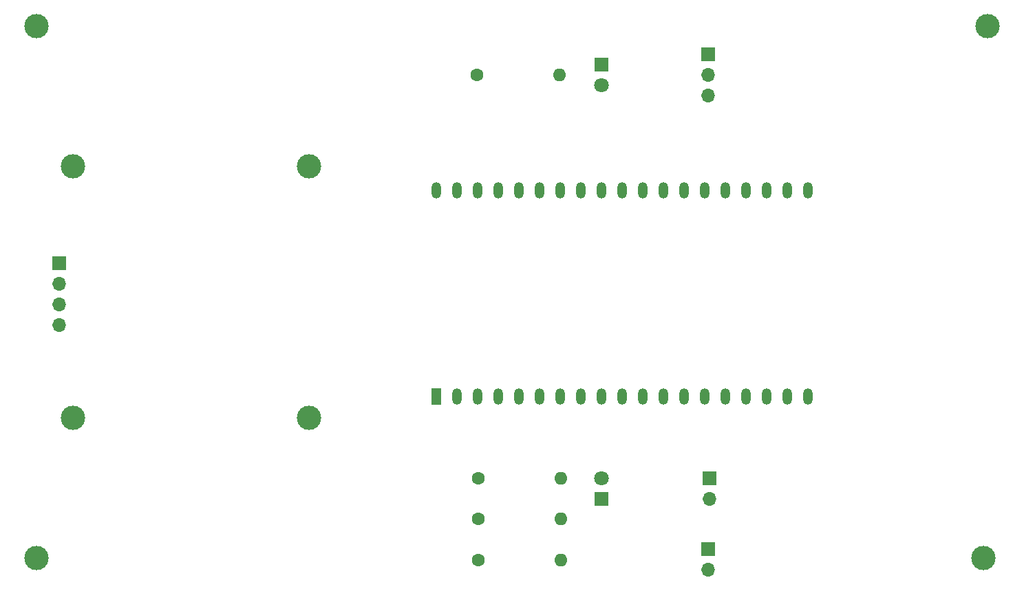
<source format=gbr>
%TF.GenerationSoftware,KiCad,Pcbnew,(6.0.9)*%
%TF.CreationDate,2022-12-30T22:43:23+01:00*%
%TF.ProjectId,mainboard,6d61696e-626f-4617-9264-2e6b69636164,rev?*%
%TF.SameCoordinates,Original*%
%TF.FileFunction,Soldermask,Top*%
%TF.FilePolarity,Negative*%
%FSLAX46Y46*%
G04 Gerber Fmt 4.6, Leading zero omitted, Abs format (unit mm)*
G04 Created by KiCad (PCBNEW (6.0.9)) date 2022-12-30 22:43:23*
%MOMM*%
%LPD*%
G01*
G04 APERTURE LIST*
%ADD10C,3.000000*%
%ADD11R,1.800000X1.800000*%
%ADD12C,1.800000*%
%ADD13C,1.600000*%
%ADD14O,1.600000X1.600000*%
%ADD15R,1.700000X1.700000*%
%ADD16O,1.700000X1.700000*%
%ADD17R,1.200000X2.000000*%
%ADD18O,1.200000X2.000000*%
G04 APERTURE END LIST*
D10*
%TO.C,REF\u002A\u002A*%
X92500000Y-137250000D03*
%TD*%
%TO.C,REF\u002A\u002A*%
X126000000Y-89000000D03*
%TD*%
D11*
%TO.C,REF\u002A\u002A*%
X162000000Y-76475000D03*
D12*
X162000000Y-79015000D03*
%TD*%
D10*
%TO.C,REF\u002A\u002A*%
X97000000Y-89000000D03*
%TD*%
D13*
%TO.C,REF\u002A\u002A*%
X146670000Y-77750000D03*
D14*
X156830000Y-77750000D03*
%TD*%
D15*
%TO.C,REF\u002A\u002A*%
X175125000Y-136225000D03*
D16*
X175125000Y-138765000D03*
%TD*%
D15*
%TO.C,REF\u002A\u002A*%
X95275000Y-100950000D03*
D16*
X95275000Y-103490000D03*
X95275000Y-106030000D03*
X95275000Y-108570000D03*
%TD*%
D10*
%TO.C,REF\u002A\u002A*%
X126000000Y-120000000D03*
%TD*%
%TO.C,REF\u002A\u002A*%
X92500000Y-71750000D03*
%TD*%
D15*
%TO.C,REF\u002A\u002A*%
X175250000Y-127500000D03*
D16*
X175250000Y-130040000D03*
%TD*%
D11*
%TO.C,REF\u002A\u002A*%
X162000000Y-130025000D03*
D12*
X162000000Y-127485000D03*
%TD*%
D10*
%TO.C,REF\u002A\u002A*%
X209500000Y-71750000D03*
%TD*%
D13*
%TO.C,REF\u002A\u002A*%
X146840000Y-132500000D03*
D14*
X157000000Y-132500000D03*
%TD*%
D10*
%TO.C,REF\u002A\u002A*%
X209000000Y-137250000D03*
%TD*%
D15*
%TO.C,REF\u002A\u002A*%
X175125000Y-75250000D03*
D16*
X175125000Y-77790000D03*
X175125000Y-80330000D03*
%TD*%
D10*
%TO.C,REF\u002A\u002A*%
X97000000Y-120000000D03*
%TD*%
D17*
%TO.C,REF\u002A\u002A*%
X141655000Y-117425000D03*
D18*
X144195000Y-117425000D03*
X146735000Y-117425000D03*
X149275000Y-117425000D03*
X151815000Y-117425000D03*
X154355000Y-117425000D03*
X156895000Y-117425000D03*
X159435000Y-117425000D03*
X161975000Y-117425000D03*
X164515000Y-117425000D03*
X167055000Y-117425000D03*
X169595000Y-117425000D03*
X172135000Y-117425000D03*
X174675000Y-117425000D03*
X177215000Y-117425000D03*
X179755000Y-117425000D03*
X182295000Y-117425000D03*
X184835000Y-117425000D03*
X187375000Y-117425000D03*
X187372280Y-92028680D03*
X184832280Y-92028680D03*
X182295000Y-92025000D03*
X179755000Y-92025000D03*
X177215000Y-92025000D03*
X174675000Y-92025000D03*
X172135000Y-92025000D03*
X169595000Y-92025000D03*
X167055000Y-92025000D03*
X164515000Y-92025000D03*
X161975000Y-92025000D03*
X159435000Y-92025000D03*
X156895000Y-92025000D03*
X154355000Y-92025000D03*
X151815000Y-92025000D03*
X149275000Y-92025000D03*
X146735000Y-92025000D03*
X144195000Y-92025000D03*
X141655000Y-92025000D03*
%TD*%
D13*
%TO.C,*%
X146840000Y-127500000D03*
D14*
X157000000Y-127500000D03*
%TD*%
D13*
%TO.C,REF\u002A\u002A*%
X146840000Y-137500000D03*
D14*
X157000000Y-137500000D03*
%TD*%
M02*

</source>
